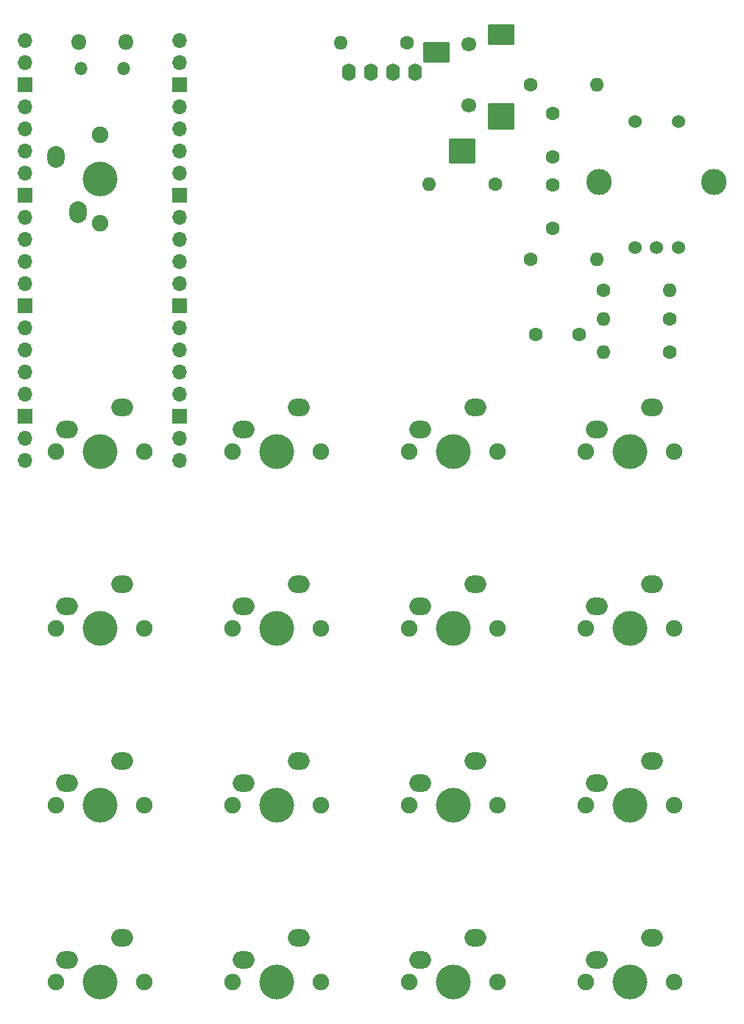
<source format=gbs>
%TF.GenerationSoftware,KiCad,Pcbnew,7.0.7*%
%TF.CreationDate,2023-09-12T14:39:04-06:00*%
%TF.ProjectId,DJBB Drumpad V2 Pico,444a4242-2044-4727-956d-706164205632,V01*%
%TF.SameCoordinates,Original*%
%TF.FileFunction,Soldermask,Bot*%
%TF.FilePolarity,Negative*%
%FSLAX46Y46*%
G04 Gerber Fmt 4.6, Leading zero omitted, Abs format (unit mm)*
G04 Created by KiCad (PCBNEW 7.0.7) date 2023-09-12 14:39:04*
%MOMM*%
%LPD*%
G01*
G04 APERTURE LIST*
G04 Aperture macros list*
%AMRoundRect*
0 Rectangle with rounded corners*
0 $1 Rounding radius*
0 $2 $3 $4 $5 $6 $7 $8 $9 X,Y pos of 4 corners*
0 Add a 4 corners polygon primitive as box body*
4,1,4,$2,$3,$4,$5,$6,$7,$8,$9,$2,$3,0*
0 Add four circle primitives for the rounded corners*
1,1,$1+$1,$2,$3*
1,1,$1+$1,$4,$5*
1,1,$1+$1,$6,$7*
1,1,$1+$1,$8,$9*
0 Add four rect primitives between the rounded corners*
20,1,$1+$1,$2,$3,$4,$5,0*
20,1,$1+$1,$4,$5,$6,$7,0*
20,1,$1+$1,$6,$7,$8,$9,0*
20,1,$1+$1,$8,$9,$2,$3,0*%
G04 Aperture macros list end*
%ADD10O,1.800000X1.800000*%
%ADD11O,1.500000X1.500000*%
%ADD12O,1.700000X1.700000*%
%ADD13R,1.700000X1.700000*%
%ADD14C,1.900000*%
%ADD15C,4.000000*%
%ADD16O,2.000000X2.500000*%
%ADD17O,2.500000X2.000000*%
%ADD18C,1.600000*%
%ADD19O,1.600000X1.600000*%
%ADD20C,1.524000*%
%ADD21O,2.900000X3.000000*%
%ADD22O,1.600000X2.000000*%
%ADD23C,1.700000*%
%ADD24RoundRect,0.102000X-1.400000X1.100000X-1.400000X-1.100000X1.400000X-1.100000X1.400000X1.100000X0*%
%ADD25RoundRect,0.102000X-1.400000X1.400000X-1.400000X-1.400000X1.400000X-1.400000X1.400000X1.400000X0*%
%ADD26RoundRect,0.102000X-1.400000X1.300000X-1.400000X-1.300000X1.400000X-1.300000X1.400000X1.300000X0*%
G04 APERTURE END LIST*
D10*
%TO.C,U1*%
X94419000Y-43056000D03*
D11*
X94119000Y-46086000D03*
X89269000Y-46086000D03*
D10*
X88969000Y-43056000D03*
D12*
X100584000Y-42926000D03*
X100584000Y-45466000D03*
D13*
X100584000Y-48006000D03*
D12*
X100584000Y-50546000D03*
X100584000Y-53086000D03*
X100584000Y-55626000D03*
X100584000Y-58166000D03*
D13*
X100584000Y-60706000D03*
D12*
X100584000Y-63246000D03*
X100584000Y-65786000D03*
X100584000Y-68326000D03*
X100584000Y-70866000D03*
D13*
X100584000Y-73406000D03*
D12*
X100584000Y-75946000D03*
X100584000Y-78486000D03*
X100584000Y-81026000D03*
X100584000Y-83566000D03*
D13*
X100584000Y-86106000D03*
D12*
X100584000Y-88646000D03*
X100584000Y-91186000D03*
X82804000Y-91186000D03*
X82804000Y-88646000D03*
D13*
X82804000Y-86106000D03*
D12*
X82804000Y-83566000D03*
X82804000Y-81026000D03*
X82804000Y-78486000D03*
X82804000Y-75946000D03*
D13*
X82804000Y-73406000D03*
D12*
X82804000Y-70866000D03*
X82804000Y-68326000D03*
X82804000Y-65786000D03*
X82804000Y-63246000D03*
D13*
X82804000Y-60706000D03*
D12*
X82804000Y-58166000D03*
X82804000Y-55626000D03*
X82804000Y-53086000D03*
X82804000Y-50546000D03*
D13*
X82804000Y-48006000D03*
D12*
X82804000Y-45466000D03*
X82804000Y-42926000D03*
%TD*%
D14*
%TO.C,SW1*%
X91440000Y-63870000D03*
D15*
X91440000Y-58790000D03*
D14*
X91440000Y-53710000D03*
D16*
X88900000Y-62600000D03*
X86360000Y-56250000D03*
%TD*%
D14*
%TO.C,SW17*%
X147320000Y-151130000D03*
D15*
X152400000Y-151130000D03*
D14*
X157480000Y-151130000D03*
D17*
X148590000Y-148590000D03*
X154940000Y-146050000D03*
%TD*%
D14*
%TO.C,SW3*%
X86360000Y-110490000D03*
D15*
X91440000Y-110490000D03*
D14*
X96520000Y-110490000D03*
D17*
X87630000Y-107950000D03*
X93980000Y-105410000D03*
%TD*%
D18*
%TO.C,R2*%
X156972000Y-74930000D03*
D19*
X149352000Y-74930000D03*
%TD*%
D14*
%TO.C,SW13*%
X127000000Y-151130000D03*
D15*
X132080000Y-151130000D03*
D14*
X137160000Y-151130000D03*
D17*
X128270000Y-148590000D03*
X134620000Y-146050000D03*
%TD*%
D20*
%TO.C,SW18*%
X152948000Y-66686000D03*
X157948000Y-66686000D03*
X155448000Y-66686000D03*
X152948000Y-52186000D03*
X157948000Y-52186000D03*
D21*
X148848000Y-59186000D03*
X162048000Y-59186000D03*
%TD*%
D18*
%TO.C,C1*%
X143510000Y-64476000D03*
X143510000Y-59476000D03*
%TD*%
%TO.C,C3*%
X143510000Y-51308000D03*
X143510000Y-56308000D03*
%TD*%
D14*
%TO.C,SW10*%
X127000000Y-90170000D03*
D15*
X132080000Y-90170000D03*
D14*
X137160000Y-90170000D03*
D17*
X128270000Y-87630000D03*
X134620000Y-85090000D03*
%TD*%
D18*
%TO.C,R1*%
X140970000Y-68072000D03*
D19*
X148590000Y-68072000D03*
%TD*%
D14*
%TO.C,SW2*%
X86360000Y-90170000D03*
D15*
X91440000Y-90170000D03*
D14*
X96520000Y-90170000D03*
D17*
X87630000Y-87630000D03*
X93980000Y-85090000D03*
%TD*%
D18*
%TO.C,R3*%
X149352000Y-71628000D03*
D19*
X156972000Y-71628000D03*
%TD*%
D18*
%TO.C,R4*%
X156972000Y-78740000D03*
D19*
X149352000Y-78740000D03*
%TD*%
D14*
%TO.C,SW11*%
X127000000Y-110490000D03*
D15*
X132080000Y-110490000D03*
D14*
X137160000Y-110490000D03*
D17*
X128270000Y-107950000D03*
X134620000Y-105410000D03*
%TD*%
D14*
%TO.C,SW7*%
X106680000Y-110490000D03*
D15*
X111760000Y-110490000D03*
D14*
X116840000Y-110490000D03*
D17*
X107950000Y-107950000D03*
X114300000Y-105410000D03*
%TD*%
D22*
%TO.C,Screen*%
X120078000Y-46550000D03*
X122618000Y-46550000D03*
X125158000Y-46550000D03*
X127698000Y-46550000D03*
%TD*%
D14*
%TO.C,SW5*%
X86360000Y-151130000D03*
D15*
X91440000Y-151130000D03*
D14*
X96520000Y-151130000D03*
D17*
X87630000Y-148590000D03*
X93980000Y-146050000D03*
%TD*%
D14*
%TO.C,SW9*%
X106680000Y-151130000D03*
D15*
X111760000Y-151130000D03*
D14*
X116840000Y-151130000D03*
D17*
X107950000Y-148590000D03*
X114300000Y-146050000D03*
%TD*%
D14*
%TO.C,SW12*%
X127000000Y-130810000D03*
D15*
X132080000Y-130810000D03*
D14*
X137160000Y-130810000D03*
D17*
X128270000Y-128270000D03*
X134620000Y-125730000D03*
%TD*%
D18*
%TO.C,R5*%
X140970000Y-48006000D03*
D19*
X148590000Y-48006000D03*
%TD*%
D14*
%TO.C,SW15*%
X147320000Y-110490000D03*
D15*
X152400000Y-110490000D03*
D14*
X157480000Y-110490000D03*
D17*
X148590000Y-107950000D03*
X154940000Y-105410000D03*
%TD*%
D14*
%TO.C,SW8*%
X106680000Y-130810000D03*
D15*
X111760000Y-130810000D03*
D14*
X116840000Y-130810000D03*
D17*
X107950000Y-128270000D03*
X114300000Y-125730000D03*
%TD*%
D14*
%TO.C,SW4*%
X86360000Y-130810000D03*
D15*
X91440000Y-130810000D03*
D14*
X96520000Y-130810000D03*
D17*
X87630000Y-128270000D03*
X93980000Y-125730000D03*
%TD*%
D14*
%TO.C,SW6*%
X106680000Y-90170000D03*
D15*
X111760000Y-90170000D03*
D14*
X116840000Y-90170000D03*
D17*
X107950000Y-87630000D03*
X114300000Y-85090000D03*
%TD*%
D14*
%TO.C,SW14*%
X147320000Y-90170000D03*
D15*
X152400000Y-90170000D03*
D14*
X157480000Y-90170000D03*
D17*
X148590000Y-87630000D03*
X154940000Y-85090000D03*
%TD*%
D18*
%TO.C,C2*%
X146558000Y-76708000D03*
X141558000Y-76708000D03*
%TD*%
D14*
%TO.C,SW16*%
X147320000Y-130810000D03*
D15*
X152400000Y-130810000D03*
D14*
X157480000Y-130810000D03*
D17*
X148590000Y-128270000D03*
X154940000Y-125730000D03*
%TD*%
D23*
%TO.C,J1*%
X133858000Y-43327500D03*
X133858000Y-50327500D03*
D24*
X137558000Y-42227500D03*
D25*
X137558000Y-51627500D03*
D24*
X130158000Y-44227500D03*
D26*
X133108000Y-55627500D03*
%TD*%
D18*
%TO.C,R6*%
X126746000Y-43180000D03*
D19*
X119126000Y-43180000D03*
%TD*%
D18*
%TO.C,R7*%
X136906000Y-59436000D03*
D19*
X129286000Y-59436000D03*
%TD*%
M02*

</source>
